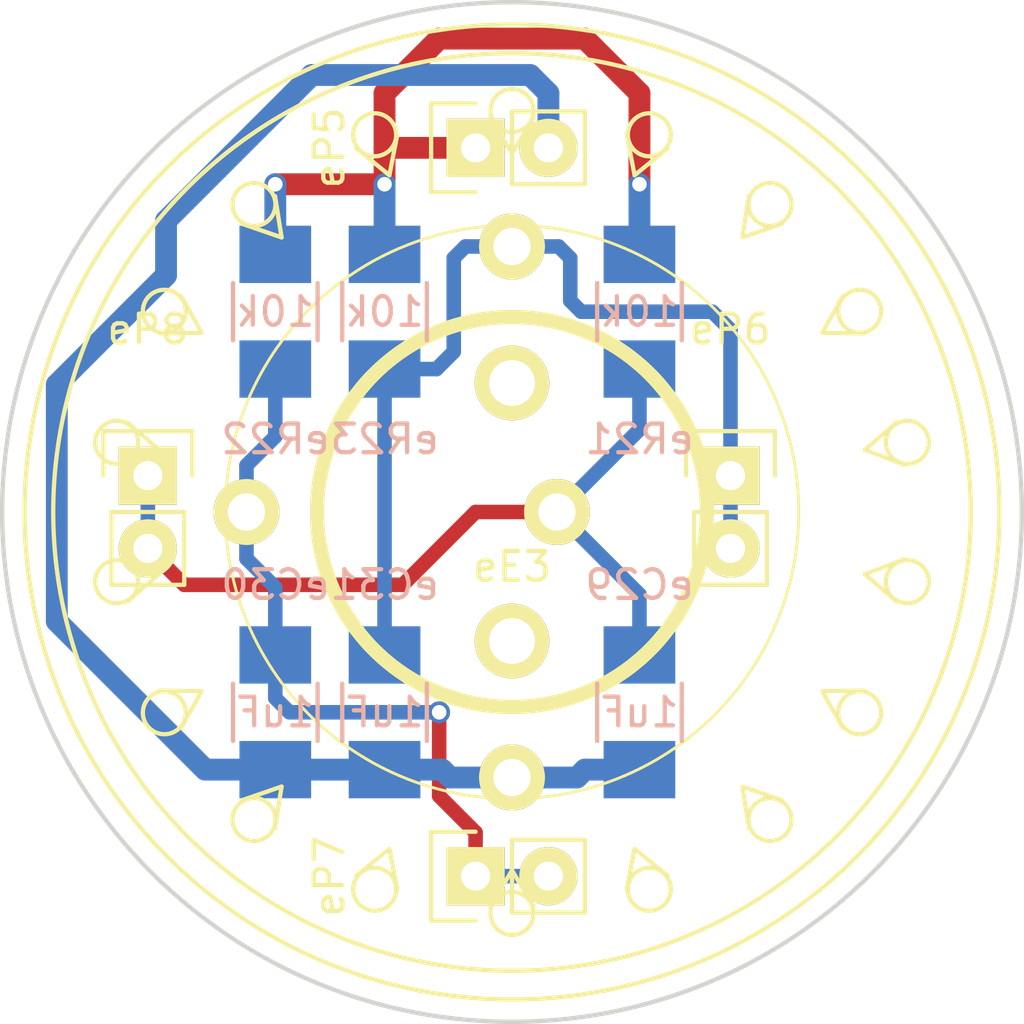
<source format=kicad_pcb>
(kicad_pcb (version 4) (host pcbnew 4.1.0-alpha+201607210716+6990~46~ubuntu15.10.1-product)

  (general
    (links 293)
    (no_connects 4)
    (area 24.13 20.08707 160.020001 137.246781)
    (thickness 1.6)
    (drawings 1)
    (tracks 68)
    (zones 0)
    (modules 11)
    (nets 6)
  )

  (page A4)
  (layers
    (0 F.Cu signal)
    (31 B.Cu signal)
    (32 B.Adhes user)
    (33 F.Adhes user)
    (34 B.Paste user)
    (35 F.Paste user)
    (36 B.SilkS user)
    (37 F.SilkS user)
    (38 B.Mask user)
    (39 F.Mask user)
    (40 Dwgs.User user)
    (41 Cmts.User user)
    (42 Eco1.User user)
    (43 Eco2.User user)
    (44 Edge.Cuts user)
    (45 Margin user)
    (46 B.CrtYd user)
    (47 F.CrtYd user)
    (48 B.Fab user)
    (49 F.Fab user)
  )

  (setup
    (last_trace_width 0.254)
    (user_trace_width 0.254)
    (user_trace_width 0.508)
    (user_trace_width 0.762)
    (user_trace_width 1.016)
    (trace_clearance 0.1905)
    (zone_clearance 0.508)
    (zone_45_only no)
    (trace_min 0)
    (segment_width 0.2032)
    (edge_width 0.1524)
    (via_size 0.762)
    (via_drill 0.508)
    (via_min_size 0.4)
    (via_min_drill 0.3)
    (uvia_size 0.3)
    (uvia_drill 0.1)
    (uvias_allowed no)
    (uvia_min_size 0)
    (uvia_min_drill 0)
    (pcb_text_width 0.3048)
    (pcb_text_size 1.524 1.524)
    (mod_edge_width 0.1524)
    (mod_text_size 1.016 1.016)
    (mod_text_width 0.1524)
    (pad_size 1.524 1.524)
    (pad_drill 1.016)
    (pad_to_mask_clearance 0.2)
    (aux_axis_origin 0 0)
    (visible_elements FFFFEF7F)
    (pcbplotparams
      (layerselection 0x01130_80000001)
      (usegerberextensions false)
      (excludeedgelayer false)
      (linewidth 0.101600)
      (plotframeref true)
      (viasonmask false)
      (mode 1)
      (useauxorigin false)
      (hpglpennumber 1)
      (hpglpenspeed 20)
      (hpglpendiameter 15)
      (psnegative false)
      (psa4output false)
      (plotreference true)
      (plotvalue true)
      (plotinvisibletext false)
      (padsonsilk true)
      (subtractmaskfromsilk false)
      (outputformat 4)
      (mirror false)
      (drillshape 2)
      (scaleselection 1)
      (outputdirectory pdf/))
  )

  (net 0 "")
  (net 1 /eGND)
  (net 2 /eEAS)
  (net 3 /eEAB)
  (net 4 /eEAA)
  (net 5 /eVCC)

  (net_class Default "This is the default net class."
    (clearance 0.1905)
    (trace_width 0.254)
    (via_dia 0.762)
    (via_drill 0.508)
    (uvia_dia 0.3)
    (uvia_drill 0.1)
  )

  (net_class 20mil ""
    (clearance 0.1905)
    (trace_width 0.508)
    (via_dia 0.762)
    (via_drill 0.508)
    (uvia_dia 0.3)
    (uvia_drill 0.1)
    (add_net /CS)
    (add_net /DC)
    (add_net /EAA)
    (add_net /EAB)
    (add_net /EAS)
    (add_net /EBA)
    (add_net /EBB)
    (add_net /EBS)
    (add_net /ECA)
    (add_net /ECB)
    (add_net /ECS)
    (add_net /L2)
    (add_net /LITE)
    (add_net /MOSI)
    (add_net /Pair)
    (add_net /RST)
    (add_net /RXD)
    (add_net /RX_BLE)
    (add_net /RX_PRO)
    (add_net /S2)
    (add_net /S3)
    (add_net /S4)
    (add_net /S5)
    (add_net /SCK)
    (add_net /TXD)
    (add_net /TX_BLE)
    (add_net /TX_PRO)
    (add_net /eEAA)
    (add_net /eEAB)
    (add_net /eEAS)
    (add_net /eEBA)
    (add_net /eEBB)
    (add_net /eEBS)
    (add_net /eECA)
    (add_net /eECB)
    (add_net /eECS)
    (add_net /eS2)
    (add_net /eS3)
    (add_net /eS4)
    (add_net /eS5)
    (add_net "Net-(R1-Pad2)")
    (add_net "Net-(S2-Pad2)")
    (add_net "Net-(U10-Pad10)")
    (add_net "Net-(U10-Pad12)")
    (add_net "Net-(U10-Pad13)")
    (add_net "Net-(U10-Pad14)")
    (add_net "Net-(U10-Pad15)")
    (add_net "Net-(U10-Pad16)")
    (add_net "Net-(U10-Pad17)")
    (add_net "Net-(U10-Pad18)")
    (add_net "Net-(U10-Pad21)")
    (add_net "Net-(U10-Pad22)")
    (add_net "Net-(U10-Pad29)")
    (add_net "Net-(U10-Pad4)")
    (add_net "Net-(U10-Pad8)")
    (add_net "Net-(U7-Pad11)")
    (add_net "Net-(U7-Pad12)")
    (add_net "Net-(U7-Pad19)")
    (add_net "Net-(U7-Pad20)")
    (add_net "Net-(U7-Pad21)")
    (add_net "Net-(U7-Pad22)")
    (add_net "Net-(U7-Pad23)")
    (add_net "Net-(U7-Pad24)")
    (add_net "Net-(U7-Pad25)")
    (add_net "Net-(U7-Pad26)")
    (add_net "Net-(U7-Pad27)")
    (add_net "Net-(U7-Pad28)")
    (add_net "Net-(U7-Pad29)")
    (add_net "Net-(U7-Pad3)")
    (add_net "Net-(U7-Pad30)")
    (add_net "Net-(U7-Pad6)")
    (add_net "Net-(U7-Pad7)")
    (add_net "Net-(U7-Pad8)")
    (add_net "Net-(U9-Pad1)")
    (add_net "Net-(U9-Pad10)")
    (add_net "Net-(U9-Pad12)")
    (add_net "Net-(U9-Pad15)")
    (add_net "Net-(U9-Pad17)")
    (add_net "Net-(U9-Pad18)")
    (add_net "Net-(U9-Pad19)")
    (add_net "Net-(U9-Pad2)")
    (add_net "Net-(U9-Pad22)")
    (add_net "Net-(U9-Pad23)")
    (add_net "Net-(U9-Pad24)")
    (add_net "Net-(U9-Pad25)")
    (add_net "Net-(U9-Pad28)")
  )

  (net_class 30mil ""
    (clearance 0.1905)
    (trace_width 0.762)
    (via_dia 0.762)
    (via_drill 0.508)
    (uvia_dia 0.3)
    (uvia_drill 0.1)
    (add_net /GND)
    (add_net /VCC)
    (add_net /eGND)
    (add_net /eVCC)
  )

  (net_class 40mil ""
    (clearance 0.1905)
    (trace_width 1.016)
    (via_dia 0.762)
    (via_drill 0.508)
    (uvia_dia 0.3)
    (uvia_drill 0.1)
  )

  (module velokey-footprints:R_1210_HandSoldering (layer B.Cu) (tedit 57CEF6FD) (tstamp 57CEF7EB)
    (at 38.1 111.125 270)
    (descr "Resistor SMD 1210, hand soldering")
    (tags "resistor 1210")
    (path /57CDE2ED/56B0B749)
    (attr smd)
    (fp_text reference eR23 (at 4.445 0 180) (layer B.SilkS)
      (effects (font (size 1 1) (thickness 0.15)) (justify mirror))
    )
    (fp_text value 10k (at 0 0) (layer B.SilkS)
      (effects (font (size 1 1) (thickness 0.15)) (justify mirror))
    )
    (fp_line (start -3.3 1.6) (end 3.3 1.6) (layer B.CrtYd) (width 0.05))
    (fp_line (start -3.3 -1.6) (end 3.3 -1.6) (layer B.CrtYd) (width 0.05))
    (fp_line (start -3.3 1.6) (end -3.3 -1.6) (layer B.CrtYd) (width 0.05))
    (fp_line (start 3.3 1.6) (end 3.3 -1.6) (layer B.CrtYd) (width 0.05))
    (fp_line (start 1 -1.475) (end -1 -1.475) (layer B.SilkS) (width 0.15))
    (fp_line (start -1 1.475) (end 1 1.475) (layer B.SilkS) (width 0.15))
    (pad 1 smd rect (at -2 0 270) (size 2 2.5) (layers B.Cu B.Paste B.Mask)
      (net 5 /eVCC))
    (pad 2 smd rect (at 2 0 270) (size 2 2.5) (layers B.Cu B.Paste B.Mask)
      (net 4 /eEAA))
    (model ${KIPRJMOD}/3d_models/Res_smd_1210.wrl
      (at (xyz 0 0 0))
      (scale (xyz 1 1 1))
      (rotate (xyz 0 0 0))
    )
  )

  (module velokey-footprints:R_1210_HandSoldering (layer B.Cu) (tedit 57CEF6F7) (tstamp 57CEF7E0)
    (at 46.99 111.125 270)
    (descr "Resistor SMD 1210, hand soldering")
    (tags "resistor 1210")
    (path /57CDE2ED/57CEA90E)
    (attr smd)
    (fp_text reference eR21 (at 4.445 0 180) (layer B.SilkS)
      (effects (font (size 1 1) (thickness 0.15)) (justify mirror))
    )
    (fp_text value 10k (at 0 0) (layer B.SilkS)
      (effects (font (size 1 1) (thickness 0.15)) (justify mirror))
    )
    (fp_line (start -3.3 1.6) (end 3.3 1.6) (layer B.CrtYd) (width 0.05))
    (fp_line (start -3.3 -1.6) (end 3.3 -1.6) (layer B.CrtYd) (width 0.05))
    (fp_line (start -3.3 1.6) (end -3.3 -1.6) (layer B.CrtYd) (width 0.05))
    (fp_line (start 3.3 1.6) (end 3.3 -1.6) (layer B.CrtYd) (width 0.05))
    (fp_line (start 1 -1.475) (end -1 -1.475) (layer B.SilkS) (width 0.15))
    (fp_line (start -1 1.475) (end 1 1.475) (layer B.SilkS) (width 0.15))
    (pad 1 smd rect (at -2 0 270) (size 2 2.5) (layers B.Cu B.Paste B.Mask)
      (net 5 /eVCC))
    (pad 2 smd rect (at 2 0 270) (size 2 2.5) (layers B.Cu B.Paste B.Mask)
      (net 2 /eEAS))
    (model ${KIPRJMOD}/3d_models/Res_smd_1210.wrl
      (at (xyz 0 0 0))
      (scale (xyz 1 1 1))
      (rotate (xyz 0 0 0))
    )
  )

  (module velokey-footprints:C_1210_HandSoldering (layer B.Cu) (tedit 57CEF70B) (tstamp 57CEF7D5)
    (at 38.1 125.095 270)
    (descr "Capacitor SMD 1210, hand soldering")
    (tags "capacitor 1210")
    (path /57CDE2ED/57CEA913)
    (attr smd)
    (fp_text reference eC31 (at -4.445 0 180) (layer B.SilkS)
      (effects (font (size 1 1) (thickness 0.15)) (justify mirror))
    )
    (fp_text value 1uF (at 0 0) (layer B.SilkS)
      (effects (font (size 1 1) (thickness 0.15)) (justify mirror))
    )
    (fp_line (start -3.3 1.6) (end 3.3 1.6) (layer B.CrtYd) (width 0.05))
    (fp_line (start -3.3 -1.6) (end 3.3 -1.6) (layer B.CrtYd) (width 0.05))
    (fp_line (start -3.3 1.6) (end -3.3 -1.6) (layer B.CrtYd) (width 0.05))
    (fp_line (start 3.3 1.6) (end 3.3 -1.6) (layer B.CrtYd) (width 0.05))
    (fp_line (start 1 1.475) (end -1 1.475) (layer B.SilkS) (width 0.15))
    (fp_line (start -1 -1.475) (end 1 -1.475) (layer B.SilkS) (width 0.15))
    (pad 1 smd rect (at -2 0 270) (size 2 2.5) (layers B.Cu B.Paste B.Mask)
      (net 4 /eEAA))
    (pad 2 smd rect (at 2 0 270) (size 2 2.5) (layers B.Cu B.Paste B.Mask)
      (net 1 /eGND))
    (model ${KIPRJMOD}/3d_models/Cap_smd_1210.wrl
      (at (xyz 0 0 0))
      (scale (xyz 1 1 1))
      (rotate (xyz 0 0 0))
    )
  )

  (module velokey-footprints:R_1210_HandSoldering (layer B.Cu) (tedit 57CEF701) (tstamp 57CEF7CA)
    (at 34.29 111.125 270)
    (descr "Resistor SMD 1210, hand soldering")
    (tags "resistor 1210")
    (path /57CDE2ED/57CEA90F)
    (attr smd)
    (fp_text reference eR22 (at 4.445 0 180) (layer B.SilkS)
      (effects (font (size 1 1) (thickness 0.15)) (justify mirror))
    )
    (fp_text value 10k (at 0 0) (layer B.SilkS)
      (effects (font (size 1 1) (thickness 0.15)) (justify mirror))
    )
    (fp_line (start -3.3 1.6) (end 3.3 1.6) (layer B.CrtYd) (width 0.05))
    (fp_line (start -3.3 -1.6) (end 3.3 -1.6) (layer B.CrtYd) (width 0.05))
    (fp_line (start -3.3 1.6) (end -3.3 -1.6) (layer B.CrtYd) (width 0.05))
    (fp_line (start 3.3 1.6) (end 3.3 -1.6) (layer B.CrtYd) (width 0.05))
    (fp_line (start 1 -1.475) (end -1 -1.475) (layer B.SilkS) (width 0.15))
    (fp_line (start -1 1.475) (end 1 1.475) (layer B.SilkS) (width 0.15))
    (pad 1 smd rect (at -2 0 270) (size 2 2.5) (layers B.Cu B.Paste B.Mask)
      (net 5 /eVCC))
    (pad 2 smd rect (at 2 0 270) (size 2 2.5) (layers B.Cu B.Paste B.Mask)
      (net 3 /eEAB))
    (model ${KIPRJMOD}/3d_models/Res_smd_1210.wrl
      (at (xyz 0 0 0))
      (scale (xyz 1 1 1))
      (rotate (xyz 0 0 0))
    )
  )

  (module velokey-footprints:C_1210_HandSoldering (layer B.Cu) (tedit 57CEF70F) (tstamp 57CEF7BF)
    (at 46.99 125.095 270)
    (descr "Capacitor SMD 1210, hand soldering")
    (tags "capacitor 1210")
    (path /57CDE2ED/56B0B7ED)
    (attr smd)
    (fp_text reference eC29 (at -4.445 0 180) (layer B.SilkS)
      (effects (font (size 1 1) (thickness 0.15)) (justify mirror))
    )
    (fp_text value 1uF (at 0 0) (layer B.SilkS)
      (effects (font (size 1 1) (thickness 0.15)) (justify mirror))
    )
    (fp_line (start -3.3 1.6) (end 3.3 1.6) (layer B.CrtYd) (width 0.05))
    (fp_line (start -3.3 -1.6) (end 3.3 -1.6) (layer B.CrtYd) (width 0.05))
    (fp_line (start -3.3 1.6) (end -3.3 -1.6) (layer B.CrtYd) (width 0.05))
    (fp_line (start 3.3 1.6) (end 3.3 -1.6) (layer B.CrtYd) (width 0.05))
    (fp_line (start 1 1.475) (end -1 1.475) (layer B.SilkS) (width 0.15))
    (fp_line (start -1 -1.475) (end 1 -1.475) (layer B.SilkS) (width 0.15))
    (pad 1 smd rect (at -2 0 270) (size 2 2.5) (layers B.Cu B.Paste B.Mask)
      (net 2 /eEAS))
    (pad 2 smd rect (at 2 0 270) (size 2 2.5) (layers B.Cu B.Paste B.Mask)
      (net 1 /eGND))
    (model ${KIPRJMOD}/3d_models/Cap_smd_1210.wrl
      (at (xyz 0 0 0))
      (scale (xyz 1 1 1))
      (rotate (xyz 0 0 0))
    )
  )

  (module velokey-footprints:C_1210_HandSoldering (layer B.Cu) (tedit 57CEF707) (tstamp 57CEF7B4)
    (at 34.29 125.095 270)
    (descr "Capacitor SMD 1210, hand soldering")
    (tags "capacitor 1210")
    (path /57CDE2ED/57CEA912)
    (attr smd)
    (fp_text reference eC30 (at -4.445 0 180) (layer B.SilkS)
      (effects (font (size 1 1) (thickness 0.15)) (justify mirror))
    )
    (fp_text value 1uF (at 0 0) (layer B.SilkS)
      (effects (font (size 1 1) (thickness 0.15)) (justify mirror))
    )
    (fp_line (start -3.3 1.6) (end 3.3 1.6) (layer B.CrtYd) (width 0.05))
    (fp_line (start -3.3 -1.6) (end 3.3 -1.6) (layer B.CrtYd) (width 0.05))
    (fp_line (start -3.3 1.6) (end -3.3 -1.6) (layer B.CrtYd) (width 0.05))
    (fp_line (start 3.3 1.6) (end 3.3 -1.6) (layer B.CrtYd) (width 0.05))
    (fp_line (start 1 1.475) (end -1 1.475) (layer B.SilkS) (width 0.15))
    (fp_line (start -1 -1.475) (end 1 -1.475) (layer B.SilkS) (width 0.15))
    (pad 1 smd rect (at -2 0 270) (size 2 2.5) (layers B.Cu B.Paste B.Mask)
      (net 3 /eEAB))
    (pad 2 smd rect (at 2 0 270) (size 2 2.5) (layers B.Cu B.Paste B.Mask)
      (net 1 /eGND))
    (model ${KIPRJMOD}/3d_models/Cap_smd_1210.wrl
      (at (xyz 0 0 0))
      (scale (xyz 1 1 1))
      (rotate (xyz 0 0 0))
    )
  )

  (module velokey-footprints:TSWA3NCD23LFS (layer F.Cu) (tedit 57CEF6BD) (tstamp 57CEF711)
    (at 42.545 118.11 270)
    (path /57CDE2ED/56F820C9)
    (fp_text reference eE3 (at 1.905 0 180) (layer F.SilkS)
      (effects (font (size 1 1) (thickness 0.15)))
    )
    (fp_text value ENC_A (at -1.905 0 180) (layer F.Fab)
      (effects (font (size 1 1) (thickness 0.15)))
    )
    (fp_circle (center 0 0) (end 10 0) (layer F.SilkS) (width 0.1016))
    (fp_line (start 12.5 0) (end 13.75 0.75) (layer F.SilkS) (width 0.15))
    (fp_line (start 13.75 -0.75) (end 12.5 0) (layer F.SilkS) (width 0.15))
    (fp_circle (center 14 0) (end 14 -0.75) (layer F.SilkS) (width 0.15))
    (fp_circle (center 0 0) (end 16 0) (layer F.SilkS) (width 0.15))
    (fp_circle (center 0 0) (end 17 0) (layer F.SilkS) (width 0.15))
    (fp_circle (center 0 0) (end 6.8 0) (layer F.SilkS) (width 0.5))
    (fp_circle (center 13.155697 -4.788282) (end 12.899182 -5.493051) (layer F.SilkS) (width 0.15))
    (fp_circle (center 10.724622 -8.999027) (end 10.242531 -9.57356) (layer F.SilkS) (width 0.15))
    (fp_circle (center 7 -12.124356) (end 6.350481 -12.499356) (layer F.SilkS) (width 0.15))
    (fp_circle (center 2.431074 -13.787309) (end 1.692469 -13.917545) (layer F.SilkS) (width 0.15))
    (fp_circle (center -2.431074 -13.787309) (end -3.16968 -13.657072) (layer F.SilkS) (width 0.15))
    (fp_circle (center -7 -12.124356) (end -7.649519 -11.749356) (layer F.SilkS) (width 0.15))
    (fp_circle (center -10.724622 -8.999027) (end -11.206713 -8.424493) (layer F.SilkS) (width 0.15))
    (fp_circle (center -13.155697 -4.788282) (end -13.412212 -4.083513) (layer F.SilkS) (width 0.15))
    (fp_circle (center -14 0) (end -14 0.75) (layer F.SilkS) (width 0.15))
    (fp_circle (center -13.155697 4.788282) (end -12.899182 5.493051) (layer F.SilkS) (width 0.15))
    (fp_circle (center -10.724622 8.999027) (end -10.242531 9.57356) (layer F.SilkS) (width 0.15))
    (fp_circle (center -7 12.124356) (end -6.350481 12.499356) (layer F.SilkS) (width 0.15))
    (fp_circle (center -2.431074 13.787309) (end -1.692469 13.917545) (layer F.SilkS) (width 0.15))
    (fp_circle (center 2.431074 13.787309) (end 3.16968 13.657072) (layer F.SilkS) (width 0.15))
    (fp_circle (center 7 12.124356) (end 7.649519 11.749356) (layer F.SilkS) (width 0.15))
    (fp_circle (center 10.724622 8.999027) (end 11.206713 8.424493) (layer F.SilkS) (width 0.15))
    (fp_circle (center 13.155697 4.788282) (end 13.412212 4.083513) (layer F.SilkS) (width 0.15))
    (fp_line (start 11.746158 -4.275252) (end 13.177289 -3.998008) (layer F.SilkS) (width 0.15))
    (fp_line (start 9.575556 -8.034845) (end 11.015202 -8.263796) (layer F.SilkS) (width 0.15))
    (fp_line (start 6.25 -10.825318) (end 7.524519 -11.532849) (layer F.SilkS) (width 0.15))
    (fp_line (start 2.170602 -12.310097) (end 3.126268 -13.41087) (layer F.SilkS) (width 0.15))
    (fp_line (start -2.170602 -12.310097) (end -1.649057 -13.671343) (layer F.SilkS) (width 0.15))
    (fp_line (start -6.25 -10.825318) (end -6.225481 -12.282849) (layer F.SilkS) (width 0.15))
    (fp_line (start -9.575556 -8.034845) (end -10.05102 -9.412863) (layer F.SilkS) (width 0.15))
    (fp_line (start -11.746158 -4.275252) (end -12.664258 -5.407546) (layer F.SilkS) (width 0.15))
    (fp_line (start -12.5 0) (end -13.75 -0.75) (layer F.SilkS) (width 0.15))
    (fp_line (start -11.746158 4.275252) (end -13.177289 3.998008) (layer F.SilkS) (width 0.15))
    (fp_line (start -9.575556 8.034845) (end -11.015202 8.263796) (layer F.SilkS) (width 0.15))
    (fp_line (start -6.25 10.825318) (end -7.524519 11.532849) (layer F.SilkS) (width 0.15))
    (fp_line (start -2.170602 12.310097) (end -3.126268 13.41087) (layer F.SilkS) (width 0.15))
    (fp_line (start 2.170602 12.310097) (end 1.649057 13.671343) (layer F.SilkS) (width 0.15))
    (fp_line (start 6.25 10.825318) (end 6.225481 12.282849) (layer F.SilkS) (width 0.15))
    (fp_line (start 9.575556 8.034845) (end 10.05102 9.412863) (layer F.SilkS) (width 0.15))
    (fp_line (start 11.746158 4.275252) (end 12.664258 5.407546) (layer F.SilkS) (width 0.15))
    (fp_line (start 12.664258 -5.407546) (end 11.746158 -4.275252) (layer F.SilkS) (width 0.15))
    (fp_line (start 10.05102 -9.412863) (end 9.575556 -8.034845) (layer F.SilkS) (width 0.15))
    (fp_line (start 6.225481 -12.282849) (end 6.25 -10.825318) (layer F.SilkS) (width 0.15))
    (fp_line (start 1.649057 -13.671343) (end 2.170602 -12.310097) (layer F.SilkS) (width 0.15))
    (fp_line (start -3.126268 -13.41087) (end -2.170602 -12.310097) (layer F.SilkS) (width 0.15))
    (fp_line (start -7.524519 -11.532849) (end -6.25 -10.825318) (layer F.SilkS) (width 0.15))
    (fp_line (start -11.015202 -8.263796) (end -9.575556 -8.034845) (layer F.SilkS) (width 0.15))
    (fp_line (start -13.177289 -3.998008) (end -11.746158 -4.275252) (layer F.SilkS) (width 0.15))
    (fp_line (start -13.75 0.75) (end -12.5 0) (layer F.SilkS) (width 0.15))
    (fp_line (start -12.664258 5.407546) (end -11.746158 4.275252) (layer F.SilkS) (width 0.15))
    (fp_line (start -10.05102 9.412863) (end -9.575556 8.034845) (layer F.SilkS) (width 0.15))
    (fp_line (start -6.225481 12.282849) (end -6.25 10.825318) (layer F.SilkS) (width 0.15))
    (fp_line (start -1.649057 13.671343) (end -2.170602 12.310097) (layer F.SilkS) (width 0.15))
    (fp_line (start 3.126268 13.41087) (end 2.170602 12.310097) (layer F.SilkS) (width 0.15))
    (fp_line (start 7.524519 11.532849) (end 6.25 10.825318) (layer F.SilkS) (width 0.15))
    (fp_line (start 11.015202 8.263796) (end 9.575556 8.034845) (layer F.SilkS) (width 0.15))
    (fp_line (start 13.177289 3.998008) (end 11.746158 4.275252) (layer F.SilkS) (width 0.15))
    (pad 4 thru_hole circle (at 0 -1.57 270) (size 2.3 2.3) (drill 1.3) (layers *.Cu *.Mask F.SilkS)
      (net 2 /eEAS))
    (pad 5 thru_hole circle (at -4.5 0 270) (size 2.6 2.6) (drill 1.6) (layers *.Cu *.Mask F.SilkS))
    (pad 1 thru_hole circle (at -9.26 0 270) (size 2.3 2.3) (drill 1.3) (layers *.Cu *.Mask F.SilkS)
      (net 4 /eEAA))
    (pad 6 thru_hole circle (at 4.5 0 270) (size 2.6 2.6) (drill 1.6) (layers *.Cu *.Mask F.SilkS))
    (pad 2 thru_hole circle (at 9.26 0 270) (size 2.3 2.3) (drill 1.3) (layers *.Cu *.Mask F.SilkS)
      (net 1 /eGND))
    (pad 3 thru_hole circle (at 0 9.26 270) (size 2.3 2.3) (drill 1.3) (layers *.Cu *.Mask F.SilkS)
      (net 3 /eEAB))
  )

  (module Pin_Headers:Pin_Header_Straight_1x02 (layer F.Cu) (tedit 57CEF6D1) (tstamp 57CEF6FC)
    (at 29.845 116.84)
    (descr "Through hole pin header")
    (tags "pin header")
    (path /57CDE2ED/57CDA76B)
    (fp_text reference eP8 (at 0 -5.1) (layer F.SilkS)
      (effects (font (size 1 1) (thickness 0.15)))
    )
    (fp_text value ENC_A_4 (at 0 -3.1) (layer F.Fab) hide
      (effects (font (size 1 1) (thickness 0.15)))
    )
    (fp_line (start 1.27 1.27) (end 1.27 3.81) (layer F.SilkS) (width 0.15))
    (fp_line (start 1.55 -1.55) (end 1.55 0) (layer F.SilkS) (width 0.15))
    (fp_line (start -1.75 -1.75) (end -1.75 4.3) (layer F.CrtYd) (width 0.05))
    (fp_line (start 1.75 -1.75) (end 1.75 4.3) (layer F.CrtYd) (width 0.05))
    (fp_line (start -1.75 -1.75) (end 1.75 -1.75) (layer F.CrtYd) (width 0.05))
    (fp_line (start -1.75 4.3) (end 1.75 4.3) (layer F.CrtYd) (width 0.05))
    (fp_line (start 1.27 1.27) (end -1.27 1.27) (layer F.SilkS) (width 0.15))
    (fp_line (start -1.55 0) (end -1.55 -1.55) (layer F.SilkS) (width 0.15))
    (fp_line (start -1.55 -1.55) (end 1.55 -1.55) (layer F.SilkS) (width 0.15))
    (fp_line (start -1.27 1.27) (end -1.27 3.81) (layer F.SilkS) (width 0.15))
    (fp_line (start -1.27 3.81) (end 1.27 3.81) (layer F.SilkS) (width 0.15))
    (pad 1 thru_hole rect (at 0 0) (size 2.032 2.032) (drill 1.016) (layers *.Cu *.Mask F.SilkS)
      (net 2 /eEAS))
    (pad 2 thru_hole oval (at 0 2.54) (size 2.032 2.032) (drill 1.016) (layers *.Cu *.Mask F.SilkS)
      (net 2 /eEAS))
    (model Pin_Headers.3dshapes/Pin_Header_Straight_1x02.wrl
      (at (xyz 0 -0.05 0))
      (scale (xyz 1 1 1))
      (rotate (xyz 0 0 90))
    )
  )

  (module Pin_Headers:Pin_Header_Straight_1x02 (layer F.Cu) (tedit 57CEF6C4) (tstamp 57CEF6EC)
    (at 50.165 116.84)
    (descr "Through hole pin header")
    (tags "pin header")
    (path /57CDE2ED/57CDA75F)
    (fp_text reference eP6 (at 0 -5.1) (layer F.SilkS)
      (effects (font (size 1 1) (thickness 0.15)))
    )
    (fp_text value ENC_A_2 (at 0 -3.1) (layer F.Fab) hide
      (effects (font (size 1 1) (thickness 0.15)))
    )
    (fp_line (start 1.27 1.27) (end 1.27 3.81) (layer F.SilkS) (width 0.15))
    (fp_line (start 1.55 -1.55) (end 1.55 0) (layer F.SilkS) (width 0.15))
    (fp_line (start -1.75 -1.75) (end -1.75 4.3) (layer F.CrtYd) (width 0.05))
    (fp_line (start 1.75 -1.75) (end 1.75 4.3) (layer F.CrtYd) (width 0.05))
    (fp_line (start -1.75 -1.75) (end 1.75 -1.75) (layer F.CrtYd) (width 0.05))
    (fp_line (start -1.75 4.3) (end 1.75 4.3) (layer F.CrtYd) (width 0.05))
    (fp_line (start 1.27 1.27) (end -1.27 1.27) (layer F.SilkS) (width 0.15))
    (fp_line (start -1.55 0) (end -1.55 -1.55) (layer F.SilkS) (width 0.15))
    (fp_line (start -1.55 -1.55) (end 1.55 -1.55) (layer F.SilkS) (width 0.15))
    (fp_line (start -1.27 1.27) (end -1.27 3.81) (layer F.SilkS) (width 0.15))
    (fp_line (start -1.27 3.81) (end 1.27 3.81) (layer F.SilkS) (width 0.15))
    (pad 1 thru_hole rect (at 0 0) (size 2.032 2.032) (drill 1.016) (layers *.Cu *.Mask F.SilkS)
      (net 4 /eEAA))
    (pad 2 thru_hole oval (at 0 2.54) (size 2.032 2.032) (drill 1.016) (layers *.Cu *.Mask F.SilkS)
      (net 4 /eEAA))
    (model Pin_Headers.3dshapes/Pin_Header_Straight_1x02.wrl
      (at (xyz 0 -0.05 0))
      (scale (xyz 1 1 1))
      (rotate (xyz 0 0 90))
    )
  )

  (module Pin_Headers:Pin_Header_Straight_1x02 (layer F.Cu) (tedit 57CEF6CB) (tstamp 57CEF6DC)
    (at 41.275 105.41 90)
    (descr "Through hole pin header")
    (tags "pin header")
    (path /57CDE2ED/57CDA759)
    (fp_text reference eP5 (at 0 -5.1 90) (layer F.SilkS)
      (effects (font (size 1 1) (thickness 0.15)))
    )
    (fp_text value ENC_A_1 (at 0 -3.1 90) (layer F.Fab) hide
      (effects (font (size 1 1) (thickness 0.15)))
    )
    (fp_line (start 1.27 1.27) (end 1.27 3.81) (layer F.SilkS) (width 0.15))
    (fp_line (start 1.55 -1.55) (end 1.55 0) (layer F.SilkS) (width 0.15))
    (fp_line (start -1.75 -1.75) (end -1.75 4.3) (layer F.CrtYd) (width 0.05))
    (fp_line (start 1.75 -1.75) (end 1.75 4.3) (layer F.CrtYd) (width 0.05))
    (fp_line (start -1.75 -1.75) (end 1.75 -1.75) (layer F.CrtYd) (width 0.05))
    (fp_line (start -1.75 4.3) (end 1.75 4.3) (layer F.CrtYd) (width 0.05))
    (fp_line (start 1.27 1.27) (end -1.27 1.27) (layer F.SilkS) (width 0.15))
    (fp_line (start -1.55 0) (end -1.55 -1.55) (layer F.SilkS) (width 0.15))
    (fp_line (start -1.55 -1.55) (end 1.55 -1.55) (layer F.SilkS) (width 0.15))
    (fp_line (start -1.27 1.27) (end -1.27 3.81) (layer F.SilkS) (width 0.15))
    (fp_line (start -1.27 3.81) (end 1.27 3.81) (layer F.SilkS) (width 0.15))
    (pad 1 thru_hole rect (at 0 0 90) (size 2.032 2.032) (drill 1.016) (layers *.Cu *.Mask F.SilkS)
      (net 5 /eVCC))
    (pad 2 thru_hole oval (at 0 2.54 90) (size 2.032 2.032) (drill 1.016) (layers *.Cu *.Mask F.SilkS)
      (net 1 /eGND))
    (model Pin_Headers.3dshapes/Pin_Header_Straight_1x02.wrl
      (at (xyz 0 -0.05 0))
      (scale (xyz 1 1 1))
      (rotate (xyz 0 0 90))
    )
  )

  (module Pin_Headers:Pin_Header_Straight_1x02 (layer F.Cu) (tedit 57CEF6E0) (tstamp 57CEF6CC)
    (at 41.275 130.81 90)
    (descr "Through hole pin header")
    (tags "pin header")
    (path /57CDE2ED/57CDA765)
    (fp_text reference eP7 (at 0 -5.1 90) (layer F.SilkS)
      (effects (font (size 1 1) (thickness 0.15)))
    )
    (fp_text value ENC_A_3 (at 0 -3.1 90) (layer F.Fab) hide
      (effects (font (size 1 1) (thickness 0.15)))
    )
    (fp_line (start 1.27 1.27) (end 1.27 3.81) (layer F.SilkS) (width 0.15))
    (fp_line (start 1.55 -1.55) (end 1.55 0) (layer F.SilkS) (width 0.15))
    (fp_line (start -1.75 -1.75) (end -1.75 4.3) (layer F.CrtYd) (width 0.05))
    (fp_line (start 1.75 -1.75) (end 1.75 4.3) (layer F.CrtYd) (width 0.05))
    (fp_line (start -1.75 -1.75) (end 1.75 -1.75) (layer F.CrtYd) (width 0.05))
    (fp_line (start -1.75 4.3) (end 1.75 4.3) (layer F.CrtYd) (width 0.05))
    (fp_line (start 1.27 1.27) (end -1.27 1.27) (layer F.SilkS) (width 0.15))
    (fp_line (start -1.55 0) (end -1.55 -1.55) (layer F.SilkS) (width 0.15))
    (fp_line (start -1.55 -1.55) (end 1.55 -1.55) (layer F.SilkS) (width 0.15))
    (fp_line (start -1.27 1.27) (end -1.27 3.81) (layer F.SilkS) (width 0.15))
    (fp_line (start -1.27 3.81) (end 1.27 3.81) (layer F.SilkS) (width 0.15))
    (pad 1 thru_hole rect (at 0 0 90) (size 2.032 2.032) (drill 1.016) (layers *.Cu *.Mask F.SilkS)
      (net 3 /eEAB))
    (pad 2 thru_hole oval (at 0 2.54 90) (size 2.032 2.032) (drill 1.016) (layers *.Cu *.Mask F.SilkS)
      (net 3 /eEAB))
    (model Pin_Headers.3dshapes/Pin_Header_Straight_1x02.wrl
      (at (xyz 0 -0.05 0))
      (scale (xyz 1 1 1))
      (rotate (xyz 0 0 90))
    )
  )

  (gr_circle (center 42.545 118.11) (end 60.325 118.11) (layer Edge.Cuts) (width 0.1524))

  (segment (start 34.29 127.095) (end 31.845 127.095) (width 0.762) (layer B.Cu) (net 1) (status 10))
  (segment (start 31.845 127.095) (end 26.67 121.92) (width 0.762) (layer B.Cu) (net 1))
  (segment (start 26.67 121.92) (end 26.67 113.665) (width 0.762) (layer B.Cu) (net 1))
  (segment (start 26.67 113.665) (end 30.48 109.855) (width 0.762) (layer B.Cu) (net 1))
  (segment (start 30.48 109.855) (end 30.48 107.95) (width 0.762) (layer B.Cu) (net 1))
  (segment (start 30.48 107.95) (end 35.56 102.87) (width 0.762) (layer B.Cu) (net 1))
  (segment (start 35.56 102.87) (end 43.18 102.87) (width 0.762) (layer B.Cu) (net 1))
  (segment (start 43.815 103.505) (end 43.815 105.41) (width 0.762) (layer B.Cu) (net 1) (status 20))
  (segment (start 43.18 102.87) (end 43.815 103.505) (width 0.762) (layer B.Cu) (net 1))
  (segment (start 46.99 127.095) (end 45.085 127.095) (width 0.762) (layer B.Cu) (net 1) (tstamp 57CEFAAF) (status 10))
  (segment (start 34.29 127.095) (end 38.1 127.095) (width 0.762) (layer B.Cu) (net 1) (tstamp 57CEFA83) (status 30))
  (segment (start 40.387 127.37) (end 40.112 127.095) (width 0.762) (layer B.Cu) (net 1) (tstamp 57CEFA82))
  (segment (start 38.1 127.095) (end 40.112 127.095) (width 0.762) (layer B.Cu) (net 1) (tstamp 57CEFA81) (status 10))
  (segment (start 42.545 127.37) (end 40.387 127.37) (width 0.762) (layer B.Cu) (net 1) (tstamp 57CEFA80) (status 10))
  (segment (start 42.545 127.37) (end 44.81 127.37) (width 0.762) (layer B.Cu) (net 1) (tstamp 57CEFA7F) (status 10))
  (segment (start 44.81 127.37) (end 45.085 127.095) (width 0.762) (layer B.Cu) (net 1) (tstamp 57CEFA7E))
  (segment (start 29.845 119.38) (end 29.845 116.84) (width 0.508) (layer B.Cu) (net 2) (status 30))
  (segment (start 46.99 113.125) (end 46.99 115.235) (width 0.508) (layer B.Cu) (net 2) (tstamp 57CEFAAA) (status 10))
  (segment (start 46.99 115.235) (end 44.115 118.11) (width 0.508) (layer B.Cu) (net 2) (tstamp 57CEFA64) (status 20))
  (segment (start 46.99 120.985) (end 44.115 118.11) (width 0.508) (layer B.Cu) (net 2) (tstamp 57CEFA62) (status 20))
  (segment (start 46.99 123.095) (end 46.99 120.985) (width 0.508) (layer B.Cu) (net 2) (tstamp 57CEFA60) (status 10))
  (segment (start 41.275 118.11) (end 44.115 118.11) (width 0.508) (layer F.Cu) (net 2) (tstamp 57CEF4DF) (status 20))
  (segment (start 29.845 119.38) (end 31.115 120.65) (width 0.508) (layer F.Cu) (net 2) (tstamp 57CEF4D2) (status 10))
  (segment (start 38.735 120.65) (end 41.275 118.11) (width 0.508) (layer F.Cu) (net 2) (tstamp 57CEF4D1))
  (segment (start 31.115 120.65) (end 38.735 120.65) (width 0.508) (layer F.Cu) (net 2) (tstamp 57CEF4D0))
  (segment (start 43.815 130.81) (end 41.275 130.81) (width 0.508) (layer B.Cu) (net 3) (status 30))
  (segment (start 34.782 125.095) (end 40.005 125.095) (width 0.508) (layer B.Cu) (net 3) (tstamp 57CEFA84))
  (segment (start 34.29 124.603) (end 34.782 125.095) (width 0.508) (layer B.Cu) (net 3) (tstamp 57CEFA7D))
  (segment (start 33.285 118.11) (end 33.285 119.736345) (width 0.508) (layer B.Cu) (net 3) (tstamp 57CEFA70) (status 10))
  (segment (start 33.285 119.736345) (end 34.29 120.741345) (width 0.508) (layer B.Cu) (net 3) (tstamp 57CEFA6F))
  (segment (start 34.29 123.095) (end 34.29 120.741345) (width 0.508) (layer B.Cu) (net 3) (tstamp 57CEFA6E) (status 10))
  (segment (start 34.29 123.095) (end 34.29 124.603) (width 0.508) (layer B.Cu) (net 3) (tstamp 57CEFA6C) (status 10))
  (segment (start 34.29 115.478655) (end 33.285 116.483655) (width 0.508) (layer B.Cu) (net 3) (tstamp 57CEFA6A))
  (segment (start 33.285 118.11) (end 33.285 116.483655) (width 0.508) (layer B.Cu) (net 3) (tstamp 57CEFA66) (status 10))
  (segment (start 34.29 113.125) (end 34.29 115.478655) (width 0.508) (layer B.Cu) (net 3) (tstamp 57CEFA65) (status 10))
  (segment (start 41.275 129.286) (end 40.005 128.016) (width 0.508) (layer F.Cu) (net 3) (tstamp 57CEF4C7))
  (segment (start 41.275 130.81) (end 41.275 129.286) (width 0.508) (layer F.Cu) (net 3) (tstamp 57CEF4C6) (status 10))
  (segment (start 40.005 128.016) (end 40.005 125.095) (width 0.508) (layer F.Cu) (net 3) (tstamp 57CEF4C3))
  (via (at 40.005 125.095) (size 0.762) (drill 0.508) (layers F.Cu B.Cu) (net 3) (tstamp 57CEF35E))
  (segment (start 50.165 116.84) (end 50.165 119.38) (width 0.508) (layer B.Cu) (net 4) (status 30))
  (segment (start 50.165 116.84) (end 50.165 111.76) (width 0.508) (layer B.Cu) (net 4) (tstamp 57CEFAA9) (status 10))
  (segment (start 50.165 111.76) (end 49.53 111.125) (width 0.508) (layer B.Cu) (net 4) (tstamp 57CEFAA8))
  (segment (start 44.958 111.125) (end 44.577 110.744) (width 0.508) (layer B.Cu) (net 4) (tstamp 57CEFA90))
  (segment (start 49.53 111.125) (end 44.958 111.125) (width 0.508) (layer B.Cu) (net 4) (tstamp 57CEFA8F))
  (segment (start 44.577 110.744) (end 44.577 109.255655) (width 0.508) (layer B.Cu) (net 4) (tstamp 57CEFA8E))
  (segment (start 40.513 112.522) (end 39.91 113.125) (width 0.508) (layer B.Cu) (net 4) (tstamp 57CEFA87))
  (segment (start 44.171345 108.85) (end 42.545 108.85) (width 0.508) (layer B.Cu) (net 4) (tstamp 57CEFA7B) (status 20))
  (segment (start 44.577 109.255655) (end 44.171345 108.85) (width 0.508) (layer B.Cu) (net 4) (tstamp 57CEFA7A))
  (segment (start 40.918655 108.85) (end 40.513 109.255655) (width 0.508) (layer B.Cu) (net 4) (tstamp 57CEFA74))
  (segment (start 40.513 109.255655) (end 40.513 112.522) (width 0.508) (layer B.Cu) (net 4) (tstamp 57CEFA73))
  (segment (start 42.545 108.85) (end 40.918655 108.85) (width 0.508) (layer B.Cu) (net 4) (tstamp 57CEFA72) (status 10))
  (segment (start 38.1 113.125) (end 39.91 113.125) (width 0.508) (layer B.Cu) (net 4) (tstamp 57CEFA63) (status 10))
  (segment (start 38.1 113.125) (end 38.1 123.095) (width 0.508) (layer B.Cu) (net 4) (tstamp 57CEFA61) (status 30))
  (segment (start 38.1 106.68) (end 38.1 105.41) (width 0.762) (layer F.Cu) (net 5))
  (segment (start 38.1 105.41) (end 38.1 103.505) (width 0.762) (layer F.Cu) (net 5))
  (segment (start 41.275 105.41) (end 38.1 105.41) (width 0.762) (layer F.Cu) (net 5) (status 10))
  (segment (start 46.99 106.68) (end 46.99 109.125) (width 0.762) (layer B.Cu) (net 5) (tstamp 57CEFA93) (status 20))
  (segment (start 47.085 109.22) (end 46.99 109.125) (width 0.762) (layer B.Cu) (net 5) (tstamp 57CEFA92) (status 30))
  (segment (start 34.29 109.125) (end 34.29 106.68) (width 0.762) (layer B.Cu) (net 5) (tstamp 57CEFA85) (status 10))
  (segment (start 38.1 109.125) (end 38.1 106.68) (width 0.762) (layer B.Cu) (net 5) (tstamp 57CEFA75) (status 10))
  (segment (start 34.29 106.68) (end 38.1 106.68) (width 0.762) (layer F.Cu) (net 5) (tstamp 57CEF4D4))
  (segment (start 38.1 103.505) (end 40.005 101.6) (width 0.762) (layer F.Cu) (net 5) (tstamp 57CEF4CC))
  (segment (start 40.005 101.6) (end 45.085 101.6) (width 0.762) (layer F.Cu) (net 5) (tstamp 57CEF4CB))
  (segment (start 45.085 101.6) (end 46.99 103.505) (width 0.762) (layer F.Cu) (net 5) (tstamp 57CEF4CA))
  (segment (start 46.99 103.505) (end 46.99 106.68) (width 0.762) (layer F.Cu) (net 5) (tstamp 57CEF4C9))
  (via (at 38.1 106.68) (size 0.762) (drill 0.508) (layers F.Cu B.Cu) (net 5) (tstamp 57CEF360))
  (via (at 46.99 106.68) (size 0.762) (drill 0.508) (layers F.Cu B.Cu) (net 5) (tstamp 57CEF35C))
  (via (at 34.29 106.68) (size 0.762) (drill 0.508) (layers F.Cu B.Cu) (net 5) (tstamp 57CEF35B))

)

</source>
